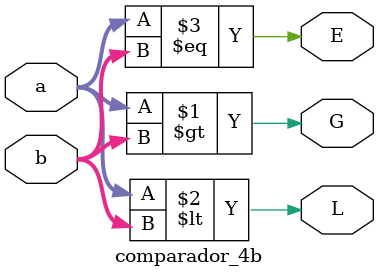
<source format=v>
module comparador_4b (
    input wire [3:0] a, b,
    output wire G, L, E
);

assign G = (a > b);
assign L = (a < b);
assign E = (a == b);

endmodule

</source>
